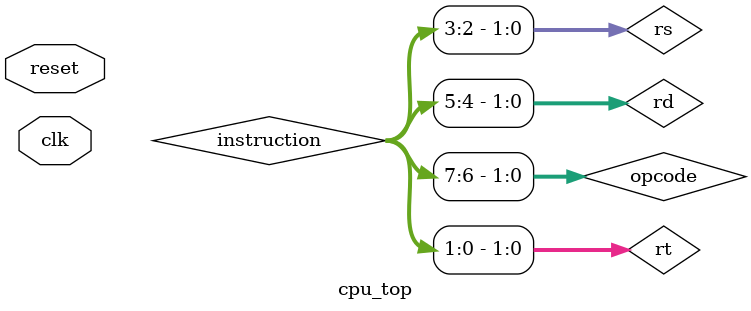
<source format=v>
module cpu_top(input clk, input reset);

wire [3:0] pc;
wire [7:0] instruction;
wire [1:0] opcode = instruction[7:6];
wire [1:0] rd = instruction[5:4];
wire [1:0] rs = instruction[3:2];
wire [1:0] rt = instruction[1:0];

wire reg_write, mem_read, mem_write;
wire [1:0] alu_op;
wire [3:0] read1, read2, alu_result, mem_data, write_data;

program_counter PC(clk, reset, pc);
instruction_memory IM(pc, instruction);
control_unit CU(opcode, reg_write, mem_read, mem_write, alu_op);
register_file RF(clk, reg_write, rs, rt, rd, write_data, read1, read2);
alu ALU(read1, read2, alu_op, alu_result);
data_memory DM(clk, mem_write, mem_read, alu_result, read2, mem_data);

assign write_data = (mem_read) ? mem_data : alu_result;

endmodule

</source>
